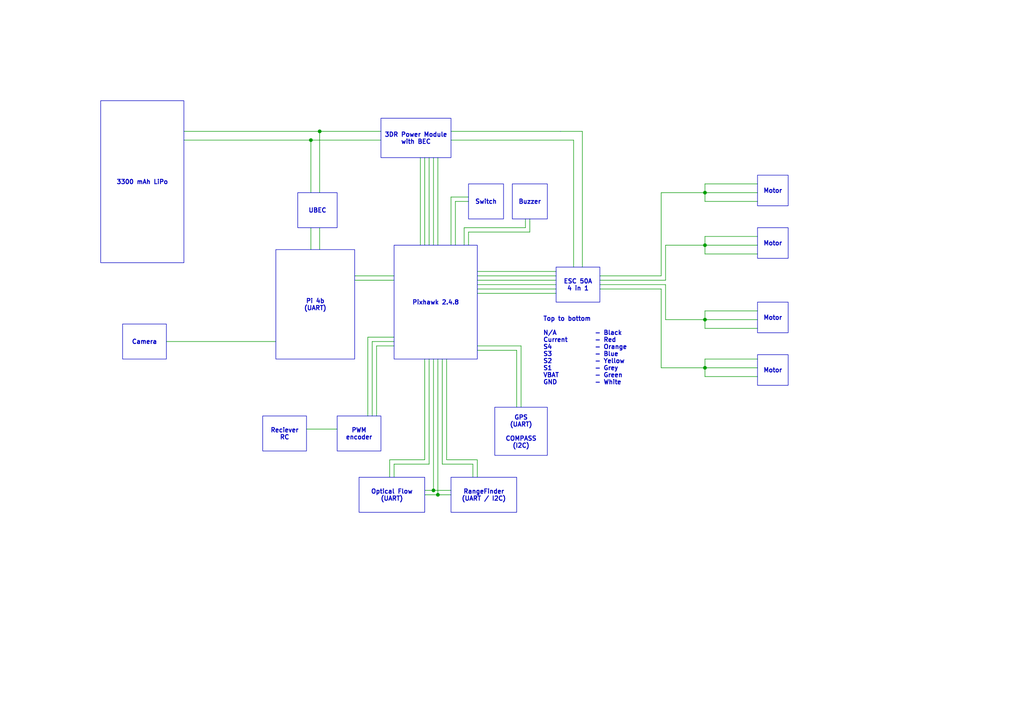
<source format=kicad_sch>
(kicad_sch (version 20230121) (generator eeschema)

  (uuid e9873b07-828e-4431-98a1-e8430cfcdd8b)

  (paper "A4")

  (lib_symbols
  )

  (junction (at 204.47 106.68) (diameter 0) (color 0 0 0 0)
    (uuid 003bc4cf-8b3d-4e56-8397-af7be5a817e8)
  )
  (junction (at 127 143.51) (diameter 0) (color 0 0 0 0)
    (uuid 18d15d4e-7d12-416e-8185-5a60e3adfcf6)
  )
  (junction (at 92.71 38.1) (diameter 0) (color 0 0 0 0)
    (uuid 50912ac8-c39b-4a60-a91e-76997ed707ab)
  )
  (junction (at 204.47 92.71) (diameter 0) (color 0 0 0 0)
    (uuid b309663e-8b17-4be5-9324-056a86ac22b7)
  )
  (junction (at 125.73 142.24) (diameter 0) (color 0 0 0 0)
    (uuid bc5b7607-0556-403d-b80f-863054772d68)
  )
  (junction (at 204.47 71.12) (diameter 0) (color 0 0 0 0)
    (uuid c6fa37e9-e330-4027-bd61-87c5a086165a)
  )
  (junction (at 90.17 40.64) (diameter 0) (color 0 0 0 0)
    (uuid c99f2e40-d18f-4ee8-ae85-d6b6319bf3d2)
  )
  (junction (at 204.47 55.88) (diameter 0) (color 0 0 0 0)
    (uuid f25535d1-dfd3-4d87-ab0d-28747f97bf53)
  )

  (wire (pts (xy 90.17 40.64) (xy 110.49 40.64))
    (stroke (width 0) (type default))
    (uuid 068dce18-6c2d-4aeb-9d9b-dbe6a31b412f)
  )
  (wire (pts (xy 127 45.72) (xy 127 71.12))
    (stroke (width 0) (type default))
    (uuid 0836db58-de3b-4734-8a41-ad33b1a5c314)
  )
  (wire (pts (xy 191.77 83.82) (xy 191.77 106.68))
    (stroke (width 0) (type default))
    (uuid 0838b40f-1594-4e59-89ac-d1de3ae1813d)
  )
  (wire (pts (xy 123.19 104.14) (xy 123.19 133.35))
    (stroke (width 0) (type default))
    (uuid 095d8eb7-b383-42d4-a973-fd09a7635a49)
  )
  (wire (pts (xy 204.47 106.68) (xy 219.71 106.68))
    (stroke (width 0) (type default))
    (uuid 09ed24d5-6a00-4894-8268-569b415942d2)
  )
  (wire (pts (xy 204.47 90.17) (xy 219.71 90.17))
    (stroke (width 0) (type default))
    (uuid 0c303283-5d0b-4cdc-a87d-b5f95f98220a)
  )
  (wire (pts (xy 123.19 142.24) (xy 125.73 142.24))
    (stroke (width 0) (type default))
    (uuid 0deedcf9-555f-40f5-962f-a26f22d46f58)
  )
  (wire (pts (xy 151.13 118.11) (xy 151.13 100.33))
    (stroke (width 0) (type default))
    (uuid 147a1cc4-a93f-4468-8464-b8a448001a23)
  )
  (wire (pts (xy 137.16 134.62) (xy 128.27 134.62))
    (stroke (width 0) (type default))
    (uuid 15158d42-c2ff-4add-8d5c-a6e98e4649b7)
  )
  (wire (pts (xy 138.43 82.55) (xy 161.29 82.55))
    (stroke (width 0) (type default))
    (uuid 152e9749-0e03-4cab-8bf4-06f5ec208927)
  )
  (wire (pts (xy 193.04 82.55) (xy 193.04 92.71))
    (stroke (width 0) (type default))
    (uuid 172c150e-afcc-419e-bf6e-e3376ecc7604)
  )
  (wire (pts (xy 191.77 106.68) (xy 204.47 106.68))
    (stroke (width 0) (type default))
    (uuid 17deb9cf-2d2a-45cc-9dc8-15d81f8eb817)
  )
  (wire (pts (xy 138.43 133.35) (xy 138.43 138.43))
    (stroke (width 0) (type default))
    (uuid 188d24d7-ef2a-4849-ba14-dc2154c7179a)
  )
  (wire (pts (xy 124.46 104.14) (xy 124.46 134.62))
    (stroke (width 0) (type default))
    (uuid 195b45c8-2a50-4c2c-8cc5-ba01d02ad5e8)
  )
  (wire (pts (xy 109.22 120.65) (xy 109.22 100.33))
    (stroke (width 0) (type default))
    (uuid 238d4c5b-960a-4391-bbe5-e947b7df69b5)
  )
  (wire (pts (xy 204.47 55.88) (xy 204.47 58.42))
    (stroke (width 0) (type default))
    (uuid 24e9afda-2a8a-4b7a-b91f-8b6c26fce168)
  )
  (wire (pts (xy 135.89 57.15) (xy 130.81 57.15))
    (stroke (width 0) (type default))
    (uuid 253710bc-1379-4ad4-8314-8f8337e9cc89)
  )
  (wire (pts (xy 125.73 142.24) (xy 130.81 142.24))
    (stroke (width 0) (type default))
    (uuid 299069c4-acba-4800-8094-51a126c7682e)
  )
  (wire (pts (xy 90.17 66.04) (xy 90.17 72.39))
    (stroke (width 0) (type default))
    (uuid 303f5d4b-a64a-482a-b371-a6a1169dc8f5)
  )
  (wire (pts (xy 137.16 138.43) (xy 137.16 134.62))
    (stroke (width 0) (type default))
    (uuid 33c30a50-c994-4bea-9b21-0193d2042f8e)
  )
  (wire (pts (xy 153.67 63.5) (xy 153.67 67.31))
    (stroke (width 0) (type default))
    (uuid 376ee0f3-772e-492a-ab1f-a3c6a28aef64)
  )
  (wire (pts (xy 138.43 80.01) (xy 161.29 80.01))
    (stroke (width 0) (type default))
    (uuid 3a56fc69-7cfb-4f85-8a53-b795440125e3)
  )
  (wire (pts (xy 107.95 120.65) (xy 107.95 99.06))
    (stroke (width 0) (type default))
    (uuid 3ac05e56-6250-444b-bf80-069e56ffd11e)
  )
  (wire (pts (xy 124.46 134.62) (xy 114.3 134.62))
    (stroke (width 0) (type default))
    (uuid 3ae80f91-12c7-478a-ac9b-f7d0fa6f6801)
  )
  (wire (pts (xy 204.47 71.12) (xy 219.71 71.12))
    (stroke (width 0) (type default))
    (uuid 3f1ca955-3a17-4d29-a629-2efbb43da0f8)
  )
  (wire (pts (xy 130.81 40.64) (xy 166.37 40.64))
    (stroke (width 0) (type default))
    (uuid 406cdb14-dc21-4475-bdce-ed7b81cbd25c)
  )
  (wire (pts (xy 173.99 82.55) (xy 193.04 82.55))
    (stroke (width 0) (type default))
    (uuid 4127bd61-1a2c-4b34-9389-5922d03f7607)
  )
  (wire (pts (xy 138.43 100.33) (xy 151.13 100.33))
    (stroke (width 0) (type default))
    (uuid 44884c95-6d70-4e5c-89f5-f82721d746a6)
  )
  (wire (pts (xy 92.71 38.1) (xy 92.71 55.88))
    (stroke (width 0) (type default))
    (uuid 45a69641-f5a9-446b-be6c-ac1df8a53500)
  )
  (wire (pts (xy 173.99 81.28) (xy 193.04 81.28))
    (stroke (width 0) (type default))
    (uuid 4812ecd6-0d8c-4b48-938a-cd80c61db835)
  )
  (wire (pts (xy 204.47 106.68) (xy 204.47 104.14))
    (stroke (width 0) (type default))
    (uuid 485cc08a-2e20-4e09-bdd2-abc765aafc65)
  )
  (wire (pts (xy 191.77 80.01) (xy 191.77 55.88))
    (stroke (width 0) (type default))
    (uuid 4893b613-1706-4ef5-96ba-5c193b2e3ea8)
  )
  (wire (pts (xy 204.47 68.58) (xy 219.71 68.58))
    (stroke (width 0) (type default))
    (uuid 4bb5c66f-4390-4eda-aae2-7b6aaeac7f2e)
  )
  (wire (pts (xy 149.86 118.11) (xy 149.86 101.6))
    (stroke (width 0) (type default))
    (uuid 4ed77fa7-268d-4031-b0d3-4474bf8f2236)
  )
  (wire (pts (xy 193.04 92.71) (xy 204.47 92.71))
    (stroke (width 0) (type default))
    (uuid 53f040fb-6abd-4769-81e3-5d0a4014afb7)
  )
  (wire (pts (xy 204.47 53.34) (xy 219.71 53.34))
    (stroke (width 0) (type default))
    (uuid 54deabe6-74bb-4d0e-b3d4-ca3e96660bd1)
  )
  (wire (pts (xy 121.92 45.72) (xy 121.92 71.12))
    (stroke (width 0) (type default))
    (uuid 5775b3d8-c03a-41e4-8f9b-230ef2adc8d2)
  )
  (wire (pts (xy 102.87 81.28) (xy 114.3 81.28))
    (stroke (width 0) (type default))
    (uuid 5b8c162a-e514-47e3-bc5f-d7bd8589d58e)
  )
  (wire (pts (xy 135.89 58.42) (xy 132.08 58.42))
    (stroke (width 0) (type default))
    (uuid 6126ff46-6cc1-4b30-b600-c5aeb3f68215)
  )
  (wire (pts (xy 135.89 67.31) (xy 135.89 71.12))
    (stroke (width 0) (type default))
    (uuid 62b527b0-6985-49ce-a52e-1cc1778da3c0)
  )
  (wire (pts (xy 127 143.51) (xy 130.81 143.51))
    (stroke (width 0) (type default))
    (uuid 634e7201-c0d4-466a-bfe6-9bcb19177890)
  )
  (wire (pts (xy 204.47 109.22) (xy 219.71 109.22))
    (stroke (width 0) (type default))
    (uuid 69beaa8d-b4a3-45d7-aa2e-09b1257b7f2d)
  )
  (wire (pts (xy 152.4 66.04) (xy 134.62 66.04))
    (stroke (width 0) (type default))
    (uuid 6dc5be41-55b8-49f9-98fa-9c69292cf418)
  )
  (wire (pts (xy 125.73 45.72) (xy 125.73 71.12))
    (stroke (width 0) (type default))
    (uuid 6f8296c0-b57f-482b-b800-35815c40be52)
  )
  (wire (pts (xy 129.54 133.35) (xy 138.43 133.35))
    (stroke (width 0) (type default))
    (uuid 71410b6f-b59c-4c66-a64d-d49d5bbcbcd4)
  )
  (wire (pts (xy 138.43 78.74) (xy 161.29 78.74))
    (stroke (width 0) (type default))
    (uuid 73270323-d3ef-4d62-b1e4-c3fcd3f7169d)
  )
  (wire (pts (xy 138.43 83.82) (xy 161.29 83.82))
    (stroke (width 0) (type default))
    (uuid 766c8b9b-b1c1-4a2d-8b6e-ee77de29c814)
  )
  (wire (pts (xy 166.37 40.64) (xy 166.37 77.47))
    (stroke (width 0) (type default))
    (uuid 76a0b81d-a998-4336-94bd-a59b66eb341d)
  )
  (wire (pts (xy 92.71 66.04) (xy 92.71 72.39))
    (stroke (width 0) (type default))
    (uuid 7c33a43f-957e-4260-b7cc-e02928a8adbc)
  )
  (wire (pts (xy 204.47 71.12) (xy 204.47 68.58))
    (stroke (width 0) (type default))
    (uuid 7efec018-7066-43e5-a423-135135a0ad5f)
  )
  (wire (pts (xy 204.47 71.12) (xy 204.47 73.66))
    (stroke (width 0) (type default))
    (uuid 8809225b-b00a-4981-9fc7-20cd1b88749b)
  )
  (wire (pts (xy 109.22 100.33) (xy 114.3 100.33))
    (stroke (width 0) (type default))
    (uuid 88f6229b-d4be-42d6-8ded-e837e0dbb3cf)
  )
  (wire (pts (xy 204.47 55.88) (xy 204.47 53.34))
    (stroke (width 0) (type default))
    (uuid 88fc9757-2c8e-41b3-af7a-8f661a49ac2b)
  )
  (wire (pts (xy 168.91 38.1) (xy 168.91 77.47))
    (stroke (width 0) (type default))
    (uuid 89c9ae6f-c4a6-4d93-a234-62296fbd50e3)
  )
  (wire (pts (xy 134.62 66.04) (xy 134.62 71.12))
    (stroke (width 0) (type default))
    (uuid 8f34e569-aa58-4857-9a06-67ad79b48e18)
  )
  (wire (pts (xy 127 104.14) (xy 127 143.51))
    (stroke (width 0) (type default))
    (uuid 9224608e-fe85-462a-9a0c-9d39f9b78e66)
  )
  (wire (pts (xy 92.71 38.1) (xy 110.49 38.1))
    (stroke (width 0) (type default))
    (uuid 95d7ed62-c008-4091-b8d4-14c3dc068bd3)
  )
  (wire (pts (xy 53.34 38.1) (xy 92.71 38.1))
    (stroke (width 0) (type default))
    (uuid 9715dd50-15ab-4239-9011-6caee4d2cd0b)
  )
  (wire (pts (xy 132.08 58.42) (xy 132.08 71.12))
    (stroke (width 0) (type default))
    (uuid 9f160ae3-3c2b-4dcc-9813-08a68cdff542)
  )
  (wire (pts (xy 138.43 101.6) (xy 149.86 101.6))
    (stroke (width 0) (type default))
    (uuid a016d4fc-1712-44c1-9598-fa7a165b5aea)
  )
  (wire (pts (xy 123.19 45.72) (xy 123.19 71.12))
    (stroke (width 0) (type default))
    (uuid a0aa508f-a875-4634-907b-7578516da063)
  )
  (wire (pts (xy 90.17 40.64) (xy 90.17 55.88))
    (stroke (width 0) (type default))
    (uuid a0e0a5b3-4941-48df-9b39-6b3aaf5c27cd)
  )
  (wire (pts (xy 193.04 71.12) (xy 204.47 71.12))
    (stroke (width 0) (type default))
    (uuid a2f05d4c-6e60-4c6a-be1a-269466dceca8)
  )
  (wire (pts (xy 130.81 57.15) (xy 130.81 71.12))
    (stroke (width 0) (type default))
    (uuid a4ba2b87-4ba7-4830-b745-b6f8db03160b)
  )
  (wire (pts (xy 48.26 99.06) (xy 80.01 99.06))
    (stroke (width 0) (type default))
    (uuid a610fe37-e158-4496-9376-5c3ae694dcf0)
  )
  (wire (pts (xy 204.47 58.42) (xy 219.71 58.42))
    (stroke (width 0) (type default))
    (uuid a737ba51-40a6-4cc5-866a-7f550cae314f)
  )
  (wire (pts (xy 152.4 63.5) (xy 152.4 66.04))
    (stroke (width 0) (type default))
    (uuid aad93afc-8771-4b4a-9c06-8efe574a9f5c)
  )
  (wire (pts (xy 153.67 67.31) (xy 135.89 67.31))
    (stroke (width 0) (type default))
    (uuid b602df3b-68ff-4f5b-b111-3ef40e9acff5)
  )
  (wire (pts (xy 173.99 83.82) (xy 191.77 83.82))
    (stroke (width 0) (type default))
    (uuid b6e9db44-c07c-4da1-9162-d8abe074e80d)
  )
  (wire (pts (xy 129.54 104.14) (xy 129.54 133.35))
    (stroke (width 0) (type default))
    (uuid b70943ea-3522-467c-80e8-120faacf2c20)
  )
  (wire (pts (xy 130.81 38.1) (xy 168.91 38.1))
    (stroke (width 0) (type default))
    (uuid bb79787d-f149-4006-b447-49a0a33acb71)
  )
  (wire (pts (xy 106.68 120.65) (xy 106.68 97.79))
    (stroke (width 0) (type default))
    (uuid c1e2eb02-1262-49a3-9905-80b7f5fca737)
  )
  (wire (pts (xy 102.87 80.01) (xy 114.3 80.01))
    (stroke (width 0) (type default))
    (uuid c300a77f-face-4612-a1c7-6cd0c0f324ab)
  )
  (wire (pts (xy 204.47 55.88) (xy 219.71 55.88))
    (stroke (width 0) (type default))
    (uuid c31c83ca-7b38-4c56-a52a-79f9f7e1346a)
  )
  (wire (pts (xy 204.47 73.66) (xy 219.71 73.66))
    (stroke (width 0) (type default))
    (uuid c328a489-a2f7-4693-8fa3-d448f284784d)
  )
  (wire (pts (xy 107.95 99.06) (xy 114.3 99.06))
    (stroke (width 0) (type default))
    (uuid c462528f-c62e-4fa0-b7e5-8d9244e2d8b3)
  )
  (wire (pts (xy 204.47 92.71) (xy 204.47 90.17))
    (stroke (width 0) (type default))
    (uuid c50c46f5-cc28-4d47-83b3-a53df98fc120)
  )
  (wire (pts (xy 204.47 104.14) (xy 219.71 104.14))
    (stroke (width 0) (type default))
    (uuid c91de339-63ca-423d-a220-f4cc7bdf4b15)
  )
  (wire (pts (xy 106.68 97.79) (xy 114.3 97.79))
    (stroke (width 0) (type default))
    (uuid cf110afd-3b8b-4e3d-879b-94f3e0bdb9d4)
  )
  (wire (pts (xy 124.46 45.72) (xy 124.46 71.12))
    (stroke (width 0) (type default))
    (uuid d1aea974-028b-4957-98f8-bedc922ee6b7)
  )
  (wire (pts (xy 113.03 138.43) (xy 113.03 133.35))
    (stroke (width 0) (type default))
    (uuid d7d227c3-1f8f-490d-afe3-68c3d8d13b3a)
  )
  (wire (pts (xy 113.03 133.35) (xy 123.19 133.35))
    (stroke (width 0) (type default))
    (uuid dca7e6e1-f498-472d-b54d-d83a951cf34b)
  )
  (wire (pts (xy 193.04 71.12) (xy 193.04 81.28))
    (stroke (width 0) (type default))
    (uuid dd17a5a6-5162-4d34-8948-adb751c5e2e1)
  )
  (wire (pts (xy 204.47 95.25) (xy 219.71 95.25))
    (stroke (width 0) (type default))
    (uuid ddcd07c6-350b-45f5-a3b3-fd8681c5de6d)
  )
  (wire (pts (xy 53.34 40.64) (xy 90.17 40.64))
    (stroke (width 0) (type default))
    (uuid df417041-b96a-45c4-8341-201903a7797d)
  )
  (wire (pts (xy 125.73 104.14) (xy 125.73 142.24))
    (stroke (width 0) (type default))
    (uuid df72a926-c351-4869-94a5-6136eb606728)
  )
  (wire (pts (xy 204.47 106.68) (xy 204.47 109.22))
    (stroke (width 0) (type default))
    (uuid e0419171-d7c2-4a3b-b272-2246df89fc43)
  )
  (wire (pts (xy 138.43 85.09) (xy 161.29 85.09))
    (stroke (width 0) (type default))
    (uuid e043bfc0-f401-48dd-ae82-ab71ce542054)
  )
  (wire (pts (xy 123.19 143.51) (xy 127 143.51))
    (stroke (width 0) (type default))
    (uuid e2913e99-ad3f-492c-ad1e-4721a5019c4f)
  )
  (wire (pts (xy 88.9 124.46) (xy 97.79 124.46))
    (stroke (width 0) (type default))
    (uuid e964c09f-6c68-47e3-bc79-32319129f1be)
  )
  (wire (pts (xy 204.47 92.71) (xy 219.71 92.71))
    (stroke (width 0) (type default))
    (uuid ee273f3c-e314-444c-a2b7-039ca7f7ca35)
  )
  (wire (pts (xy 191.77 55.88) (xy 204.47 55.88))
    (stroke (width 0) (type default))
    (uuid ef64b7ff-998b-4715-b0ee-bd5e56da7a04)
  )
  (wire (pts (xy 204.47 92.71) (xy 204.47 95.25))
    (stroke (width 0) (type default))
    (uuid f218f159-9e79-4e44-8ba0-519b68d4a19c)
  )
  (wire (pts (xy 173.99 80.01) (xy 191.77 80.01))
    (stroke (width 0) (type default))
    (uuid f453dd7f-dd53-40bc-8eb3-9e8ba3435fdb)
  )
  (wire (pts (xy 128.27 104.14) (xy 128.27 134.62))
    (stroke (width 0) (type default))
    (uuid f740df29-50c1-43d3-aba6-e047909c6938)
  )
  (wire (pts (xy 138.43 81.28) (xy 161.29 81.28))
    (stroke (width 0) (type default))
    (uuid f87d695e-285d-45c2-88b3-f437c0cfcda3)
  )
  (wire (pts (xy 114.3 134.62) (xy 114.3 138.43))
    (stroke (width 0) (type default))
    (uuid fc4dc843-a4ff-4743-ae60-facb70ab3f40)
  )

  (text_box "UBEC"
    (at 86.36 55.88 0) (size 11.43 10.16)
    (stroke (width 0) (type default))
    (fill (type none))
    (effects (font (size 1.27 1.27) bold))
    (uuid 0f2b91b9-31f8-40fe-bf2f-e9369cb29174)
  )
  (text_box "RangeFinder\n(UART / I2C)\n"
    (at 130.81 138.43 0) (size 19.05 10.16)
    (stroke (width 0) (type default))
    (fill (type none))
    (effects (font (size 1.27 1.27) bold))
    (uuid 1a986ed1-24fc-4926-8baa-d08b2bbac7c0)
  )
  (text_box "PWM encoder"
    (at 97.79 120.65 0) (size 12.7 10.16)
    (stroke (width 0) (type default))
    (fill (type none))
    (effects (font (size 1.27 1.27) bold))
    (uuid 3a235d81-cbea-4932-82e6-9b34c9cdcf95)
  )
  (text_box "Motor"
    (at 219.71 66.04 0) (size 8.89 8.89)
    (stroke (width 0) (type default))
    (fill (type none))
    (effects (font (size 1.27 1.27) bold))
    (uuid 3a5446b5-a133-4dd8-989d-648526ae2fae)
  )
  (text_box "3DR Power Module with BEC"
    (at 110.49 34.29 0) (size 20.32 11.43)
    (stroke (width 0) (type default))
    (fill (type none))
    (effects (font (size 1.27 1.27) bold))
    (uuid 3b626e77-df54-4ddb-8696-b0df43f40783)
  )
  (text_box "Buzzer"
    (at 148.59 53.34 0) (size 10.16 10.16)
    (stroke (width 0) (type default))
    (fill (type none))
    (effects (font (size 1.27 1.27) bold))
    (uuid 60d2ce36-38ae-49e2-b9e5-8b0fccf9fdfe)
  )
  (text_box ""
    (at 162.56 38.1 0) (size 0 0)
    (stroke (width 0) (type default))
    (fill (type none))
    (effects (font (size 1.27 1.27) bold))
    (uuid 8af727eb-55fd-4995-abf1-426f3f722f54)
  )
  (text_box "Optical Flow\n(UART)"
    (at 104.14 138.43 0) (size 19.05 10.16)
    (stroke (width 0) (type default))
    (fill (type none))
    (effects (font (size 1.27 1.27) bold))
    (uuid 8e84ecef-f597-4ce8-9e59-d5a49aa50973)
  )
  (text_box "Motor"
    (at 219.71 50.8 0) (size 8.89 8.89)
    (stroke (width 0) (type default))
    (fill (type none))
    (effects (font (size 1.27 1.27) bold))
    (uuid a326accc-a43d-4771-bbd6-91830c06fddb)
  )
  (text_box "Pixhawk 2.4.8"
    (at 114.3 71.12 0) (size 24.13 33.02)
    (stroke (width 0) (type default))
    (fill (type none))
    (effects (font (size 1.27 1.27) (thickness 0.254) bold))
    (uuid aecc0b0a-975a-41c0-b79d-f0840e2acdb1)
  )
  (text_box "ESC 50A\n4 in 1"
    (at 161.29 77.47 0) (size 12.7 10.16)
    (stroke (width 0) (type default))
    (fill (type none))
    (effects (font (size 1.27 1.27) bold))
    (uuid b0ecd83b-ddd7-4444-9c07-d6bfd534d62b)
  )
  (text_box "3300 mAh LiPo"
    (at 29.21 29.21 0) (size 24.13 46.99)
    (stroke (width 0) (type default))
    (fill (type none))
    (effects (font (size 1.27 1.27) bold))
    (uuid c743082e-d62a-49a2-a7bf-f5df6b60dbd6)
  )
  (text_box "Switch"
    (at 135.89 53.34 0) (size 10.16 10.16)
    (stroke (width 0) (type default))
    (fill (type none))
    (effects (font (size 1.27 1.27) bold))
    (uuid c86731a8-74ef-4d31-8f0b-480f76534472)
  )
  (text_box "Motor"
    (at 219.71 102.87 0) (size 8.89 8.89)
    (stroke (width 0) (type default))
    (fill (type none))
    (effects (font (size 1.27 1.27) bold))
    (uuid d76220e6-e8fb-42cc-912a-e835f4fdf6a4)
  )
  (text_box "Reciever RC"
    (at 76.2 120.65 0) (size 12.7 10.16)
    (stroke (width 0) (type default))
    (fill (type none))
    (effects (font (size 1.27 1.27) bold))
    (uuid e0db25da-01c8-4811-9075-52b2280316eb)
  )
  (text_box "Pi 4b\n(UART)\n"
    (at 80.01 72.39 0) (size 22.86 31.75)
    (stroke (width 0) (type default))
    (fill (type none))
    (effects (font (size 1.27 1.27) bold))
    (uuid e113a688-9cd3-4de9-82c8-7ab2c2a03118)
  )
  (text_box "Camera"
    (at 35.56 93.98 0) (size 12.7 10.16)
    (stroke (width 0) (type default))
    (fill (type none))
    (effects (font (size 1.27 1.27) bold))
    (uuid e2c50b23-208b-4a88-8c1a-f498387f4d37)
  )
  (text_box "Motor"
    (at 219.71 87.63 0) (size 8.89 8.89)
    (stroke (width 0) (type default))
    (fill (type none))
    (effects (font (size 1.27 1.27) bold))
    (uuid f0502014-b3a8-4b16-8324-a56c482ccd03)
  )
  (text_box "GPS\n(UART)\n\nCOMPASS (I2C)"
    (at 143.51 118.11 0) (size 15.24 13.97)
    (stroke (width 0) (type default))
    (fill (type none))
    (effects (font (size 1.27 1.27) bold))
    (uuid fa4a8e0e-d125-46ee-bf95-3c904a1cd355)
  )

  (text "Top to bottom\n\nN/A			- Black\nCurrent		- Red\nS4			- Orange\nS3			- Blue\nS2			- Yellow\nS1			- Grey\nVBAT		- Green\nGND			- White"
    (at 157.48 111.76 0)
    (effects (font (size 1.27 1.27) bold) (justify left bottom))
    (uuid fc5b6c35-ec3b-4ed0-956d-d9564e0d64d5)
  )

  (sheet_instances
    (path "/" (page "1"))
  )
)

</source>
